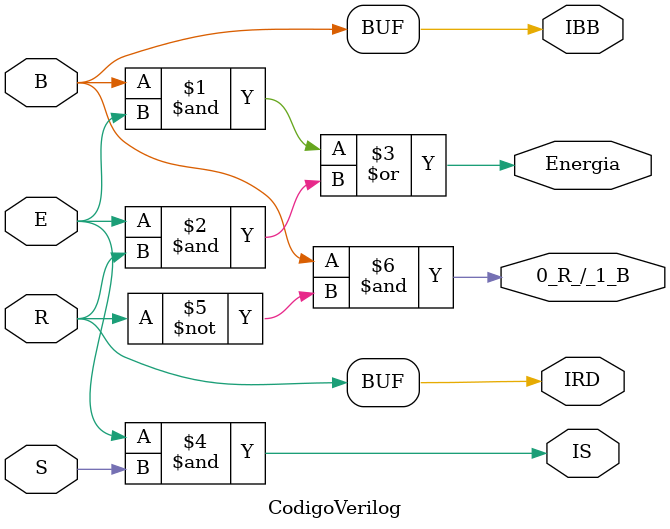
<source format=v>
/*
 * Generated by Digital. Don't modify this file!
 * Any changes will be lost if this file is regenerated.
 */

module CodigoVerilog (
  input R,
  input B,
  input S,
  input E,
  output Energia,
  output IBB,
  output IRD,
  output IS,
  output \0_R_/_1_B 
);
  assign Energia = ((B & E) | (E & R));
  assign IS = (E & S);
  assign \0_R_/_1_B  = (B & ~ R);
  assign IBB = B;
  assign IRD = R;
endmodule

</source>
